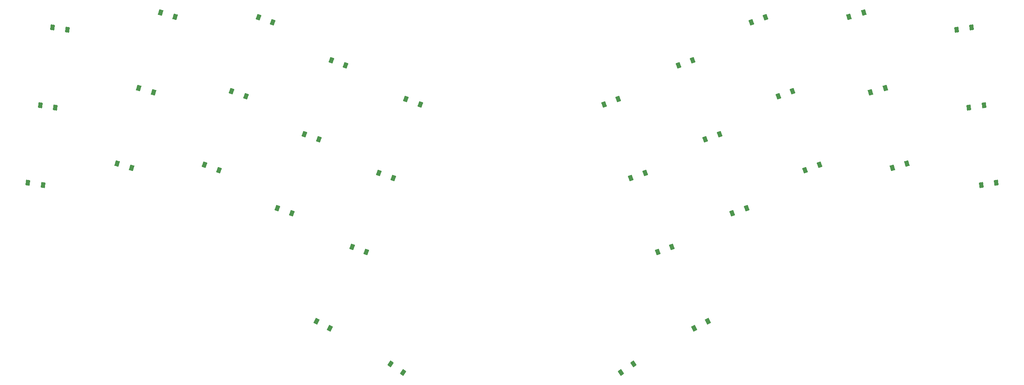
<source format=gtp>
%TF.GenerationSoftware,KiCad,Pcbnew,7.0.5-0*%
%TF.CreationDate,2023-06-28T16:40:39-04:00*%
%TF.ProjectId,regret,72656772-6574-42e6-9b69-6361645f7063,1*%
%TF.SameCoordinates,Original*%
%TF.FileFunction,Paste,Top*%
%TF.FilePolarity,Positive*%
%FSLAX46Y46*%
G04 Gerber Fmt 4.6, Leading zero omitted, Abs format (unit mm)*
G04 Created by KiCad (PCBNEW 7.0.5-0) date 2023-06-28 16:40:39*
%MOMM*%
%LPD*%
G01*
G04 APERTURE LIST*
G04 Aperture macros list*
%AMRotRect*
0 Rectangle, with rotation*
0 The origin of the aperture is its center*
0 $1 length*
0 $2 width*
0 $3 Rotation angle, in degrees counterclockwise*
0 Add horizontal line*
21,1,$1,$2,0,0,$3*%
G04 Aperture macros list end*
%ADD10RotRect,0.900000X1.200000X16.000000*%
%ADD11RotRect,0.900000X1.200000X20.000000*%
%ADD12RotRect,0.900000X1.200000X9.000000*%
%ADD13RotRect,0.900000X1.200000X27.000000*%
%ADD14RotRect,0.900000X1.200000X340.000000*%
%ADD15RotRect,0.900000X1.200000X34.000000*%
%ADD16RotRect,0.900000X1.200000X326.000000*%
%ADD17RotRect,0.900000X1.200000X351.000000*%
%ADD18RotRect,0.900000X1.200000X344.000000*%
%ADD19RotRect,0.900000X1.200000X333.000000*%
G04 APERTURE END LIST*
D10*
X290897739Y-89835233D03*
X294069903Y-88925629D03*
X295583576Y-106176683D03*
X298755740Y-105267079D03*
D11*
X259853662Y-116334655D03*
X262954648Y-115205989D03*
X265668004Y-132309431D03*
X268768990Y-131180765D03*
D12*
X314152029Y-92652482D03*
X317411401Y-92136248D03*
D13*
X257432674Y-157197816D03*
X260372996Y-155699648D03*
D14*
X179032041Y-99231216D03*
X182133027Y-100359882D03*
D15*
X241602150Y-166756513D03*
X244337974Y-164911177D03*
D12*
X316811418Y-109443181D03*
X320070790Y-108926947D03*
D11*
X249565831Y-140697559D03*
X252666817Y-139568893D03*
D14*
X195134209Y-107619346D03*
X198235195Y-108748012D03*
D16*
X191834356Y-164911187D03*
X194570180Y-166756523D03*
D17*
X113442159Y-125717653D03*
X116701531Y-126233887D03*
D14*
X157457545Y-105878164D03*
X160558531Y-107006830D03*
D17*
X118760941Y-92136248D03*
X122020313Y-92652482D03*
D14*
X151643202Y-121852944D03*
X154744188Y-122981610D03*
D10*
X300269409Y-122518135D03*
X303441573Y-121608531D03*
D12*
X319470806Y-126233883D03*
X322730178Y-125717649D03*
D11*
X269799467Y-91032056D03*
X272900453Y-89903390D03*
X237937148Y-108748012D03*
X241038134Y-107619346D03*
D18*
X137416604Y-105267075D03*
X140588768Y-106176679D03*
X132730769Y-121608531D03*
X135902933Y-122518135D03*
D11*
X254039320Y-100359877D03*
X257140306Y-99231211D03*
D14*
X173217696Y-115205989D03*
X176318682Y-116334655D03*
X189319860Y-123594119D03*
X192420846Y-124722785D03*
D11*
X243751488Y-124722791D03*
X246852474Y-123594125D03*
D14*
X183505516Y-139568889D03*
X186606502Y-140697555D03*
D17*
X116101549Y-108926949D03*
X119360921Y-109443183D03*
D19*
X175799339Y-155699649D03*
X178739661Y-157197817D03*
D11*
X275613806Y-107006828D03*
X278714792Y-105878162D03*
D18*
X142102435Y-88925635D03*
X145274599Y-89835239D03*
D11*
X281428151Y-122981601D03*
X284529137Y-121852935D03*
D14*
X163271887Y-89903385D03*
X166372873Y-91032051D03*
X167403348Y-131180761D03*
X170504334Y-132309427D03*
M02*

</source>
